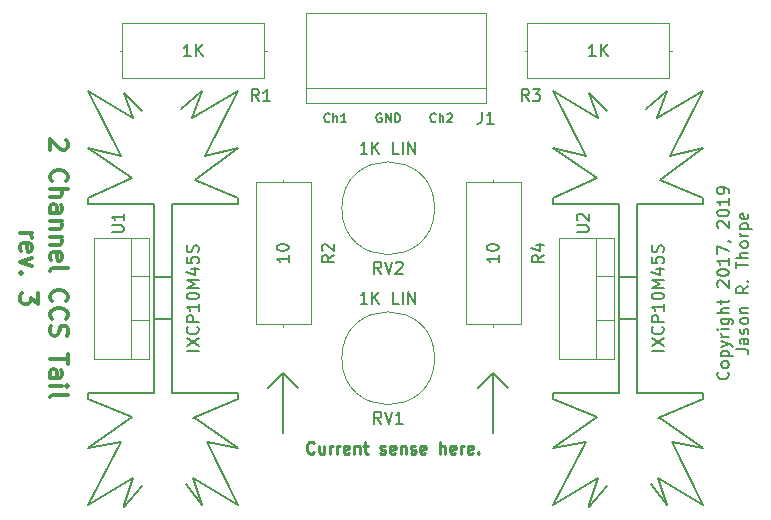
<source format=gbr>
G04 #@! TF.GenerationSoftware,KiCad,Pcbnew,(5.1.4-0-10_14)*
G04 #@! TF.CreationDate,2019-09-24T17:45:29-07:00*
G04 #@! TF.ProjectId,CCS_Tail_x2,4343535f-5461-4696-9c5f-78322e6b6963,3.0*
G04 #@! TF.SameCoordinates,Original*
G04 #@! TF.FileFunction,Legend,Top*
G04 #@! TF.FilePolarity,Positive*
%FSLAX46Y46*%
G04 Gerber Fmt 4.6, Leading zero omitted, Abs format (unit mm)*
G04 Created by KiCad (PCBNEW (5.1.4-0-10_14)) date 2019-09-24 17:45:29*
%MOMM*%
%LPD*%
G04 APERTURE LIST*
%ADD10C,0.150000*%
%ADD11C,0.250000*%
%ADD12C,0.187500*%
%ADD13C,0.300000*%
%ADD14C,0.120000*%
G04 APERTURE END LIST*
D10*
X138430000Y-121920000D02*
X137160000Y-120650000D01*
X135890000Y-121920000D02*
X137160000Y-120650000D01*
X137160000Y-120650000D02*
X135890000Y-121920000D01*
X137160000Y-120650000D02*
X137160000Y-125730000D01*
X156210000Y-121920000D02*
X154940000Y-120650000D01*
X153670000Y-121920000D02*
X154940000Y-120650000D01*
X154940000Y-120650000D02*
X153670000Y-121920000D01*
X154940000Y-125730000D02*
X154940000Y-120650000D01*
D11*
X139764333Y-127357142D02*
X139716714Y-127404761D01*
X139573857Y-127452380D01*
X139478619Y-127452380D01*
X139335761Y-127404761D01*
X139240523Y-127309523D01*
X139192904Y-127214285D01*
X139145285Y-127023809D01*
X139145285Y-126880952D01*
X139192904Y-126690476D01*
X139240523Y-126595238D01*
X139335761Y-126500000D01*
X139478619Y-126452380D01*
X139573857Y-126452380D01*
X139716714Y-126500000D01*
X139764333Y-126547619D01*
X140621476Y-126785714D02*
X140621476Y-127452380D01*
X140192904Y-126785714D02*
X140192904Y-127309523D01*
X140240523Y-127404761D01*
X140335761Y-127452380D01*
X140478619Y-127452380D01*
X140573857Y-127404761D01*
X140621476Y-127357142D01*
X141097666Y-127452380D02*
X141097666Y-126785714D01*
X141097666Y-126976190D02*
X141145285Y-126880952D01*
X141192904Y-126833333D01*
X141288142Y-126785714D01*
X141383380Y-126785714D01*
X141716714Y-127452380D02*
X141716714Y-126785714D01*
X141716714Y-126976190D02*
X141764333Y-126880952D01*
X141811952Y-126833333D01*
X141907190Y-126785714D01*
X142002428Y-126785714D01*
X142716714Y-127404761D02*
X142621476Y-127452380D01*
X142431000Y-127452380D01*
X142335761Y-127404761D01*
X142288142Y-127309523D01*
X142288142Y-126928571D01*
X142335761Y-126833333D01*
X142431000Y-126785714D01*
X142621476Y-126785714D01*
X142716714Y-126833333D01*
X142764333Y-126928571D01*
X142764333Y-127023809D01*
X142288142Y-127119047D01*
X143192904Y-126785714D02*
X143192904Y-127452380D01*
X143192904Y-126880952D02*
X143240523Y-126833333D01*
X143335761Y-126785714D01*
X143478619Y-126785714D01*
X143573857Y-126833333D01*
X143621476Y-126928571D01*
X143621476Y-127452380D01*
X143954809Y-126785714D02*
X144335761Y-126785714D01*
X144097666Y-126452380D02*
X144097666Y-127309523D01*
X144145285Y-127404761D01*
X144240523Y-127452380D01*
X144335761Y-127452380D01*
X145383380Y-127404761D02*
X145478619Y-127452380D01*
X145669095Y-127452380D01*
X145764333Y-127404761D01*
X145811952Y-127309523D01*
X145811952Y-127261904D01*
X145764333Y-127166666D01*
X145669095Y-127119047D01*
X145526238Y-127119047D01*
X145431000Y-127071428D01*
X145383380Y-126976190D01*
X145383380Y-126928571D01*
X145431000Y-126833333D01*
X145526238Y-126785714D01*
X145669095Y-126785714D01*
X145764333Y-126833333D01*
X146621476Y-127404761D02*
X146526238Y-127452380D01*
X146335761Y-127452380D01*
X146240523Y-127404761D01*
X146192904Y-127309523D01*
X146192904Y-126928571D01*
X146240523Y-126833333D01*
X146335761Y-126785714D01*
X146526238Y-126785714D01*
X146621476Y-126833333D01*
X146669095Y-126928571D01*
X146669095Y-127023809D01*
X146192904Y-127119047D01*
X147097666Y-126785714D02*
X147097666Y-127452380D01*
X147097666Y-126880952D02*
X147145285Y-126833333D01*
X147240523Y-126785714D01*
X147383380Y-126785714D01*
X147478619Y-126833333D01*
X147526238Y-126928571D01*
X147526238Y-127452380D01*
X147954809Y-127404761D02*
X148050047Y-127452380D01*
X148240523Y-127452380D01*
X148335761Y-127404761D01*
X148383380Y-127309523D01*
X148383380Y-127261904D01*
X148335761Y-127166666D01*
X148240523Y-127119047D01*
X148097666Y-127119047D01*
X148002428Y-127071428D01*
X147954809Y-126976190D01*
X147954809Y-126928571D01*
X148002428Y-126833333D01*
X148097666Y-126785714D01*
X148240523Y-126785714D01*
X148335761Y-126833333D01*
X149192904Y-127404761D02*
X149097666Y-127452380D01*
X148907190Y-127452380D01*
X148811952Y-127404761D01*
X148764333Y-127309523D01*
X148764333Y-126928571D01*
X148811952Y-126833333D01*
X148907190Y-126785714D01*
X149097666Y-126785714D01*
X149192904Y-126833333D01*
X149240523Y-126928571D01*
X149240523Y-127023809D01*
X148764333Y-127119047D01*
X150431000Y-127452380D02*
X150431000Y-126452380D01*
X150859571Y-127452380D02*
X150859571Y-126928571D01*
X150811952Y-126833333D01*
X150716714Y-126785714D01*
X150573857Y-126785714D01*
X150478619Y-126833333D01*
X150431000Y-126880952D01*
X151716714Y-127404761D02*
X151621476Y-127452380D01*
X151431000Y-127452380D01*
X151335761Y-127404761D01*
X151288142Y-127309523D01*
X151288142Y-126928571D01*
X151335761Y-126833333D01*
X151431000Y-126785714D01*
X151621476Y-126785714D01*
X151716714Y-126833333D01*
X151764333Y-126928571D01*
X151764333Y-127023809D01*
X151288142Y-127119047D01*
X152192904Y-127452380D02*
X152192904Y-126785714D01*
X152192904Y-126976190D02*
X152240523Y-126880952D01*
X152288142Y-126833333D01*
X152383380Y-126785714D01*
X152478619Y-126785714D01*
X153192904Y-127404761D02*
X153097666Y-127452380D01*
X152907190Y-127452380D01*
X152811952Y-127404761D01*
X152764333Y-127309523D01*
X152764333Y-126928571D01*
X152811952Y-126833333D01*
X152907190Y-126785714D01*
X153097666Y-126785714D01*
X153192904Y-126833333D01*
X153240523Y-126928571D01*
X153240523Y-127023809D01*
X152764333Y-127119047D01*
X153669095Y-127357142D02*
X153716714Y-127404761D01*
X153669095Y-127452380D01*
X153621476Y-127404761D01*
X153669095Y-127357142D01*
X153669095Y-127452380D01*
D12*
X141085714Y-99327857D02*
X141050000Y-99363571D01*
X140942857Y-99399285D01*
X140871428Y-99399285D01*
X140764285Y-99363571D01*
X140692857Y-99292142D01*
X140657142Y-99220714D01*
X140621428Y-99077857D01*
X140621428Y-98970714D01*
X140657142Y-98827857D01*
X140692857Y-98756428D01*
X140764285Y-98685000D01*
X140871428Y-98649285D01*
X140942857Y-98649285D01*
X141050000Y-98685000D01*
X141085714Y-98720714D01*
X141407142Y-99399285D02*
X141407142Y-98649285D01*
X141728571Y-99399285D02*
X141728571Y-99006428D01*
X141692857Y-98935000D01*
X141621428Y-98899285D01*
X141514285Y-98899285D01*
X141442857Y-98935000D01*
X141407142Y-98970714D01*
X142478571Y-99399285D02*
X142050000Y-99399285D01*
X142264285Y-99399285D02*
X142264285Y-98649285D01*
X142192857Y-98756428D01*
X142121428Y-98827857D01*
X142050000Y-98863571D01*
X145478571Y-98685000D02*
X145407142Y-98649285D01*
X145300000Y-98649285D01*
X145192857Y-98685000D01*
X145121428Y-98756428D01*
X145085714Y-98827857D01*
X145050000Y-98970714D01*
X145050000Y-99077857D01*
X145085714Y-99220714D01*
X145121428Y-99292142D01*
X145192857Y-99363571D01*
X145300000Y-99399285D01*
X145371428Y-99399285D01*
X145478571Y-99363571D01*
X145514285Y-99327857D01*
X145514285Y-99077857D01*
X145371428Y-99077857D01*
X145835714Y-99399285D02*
X145835714Y-98649285D01*
X146264285Y-99399285D01*
X146264285Y-98649285D01*
X146621428Y-99399285D02*
X146621428Y-98649285D01*
X146800000Y-98649285D01*
X146907142Y-98685000D01*
X146978571Y-98756428D01*
X147014285Y-98827857D01*
X147050000Y-98970714D01*
X147050000Y-99077857D01*
X147014285Y-99220714D01*
X146978571Y-99292142D01*
X146907142Y-99363571D01*
X146800000Y-99399285D01*
X146621428Y-99399285D01*
X150085714Y-99327857D02*
X150050000Y-99363571D01*
X149942857Y-99399285D01*
X149871428Y-99399285D01*
X149764285Y-99363571D01*
X149692857Y-99292142D01*
X149657142Y-99220714D01*
X149621428Y-99077857D01*
X149621428Y-98970714D01*
X149657142Y-98827857D01*
X149692857Y-98756428D01*
X149764285Y-98685000D01*
X149871428Y-98649285D01*
X149942857Y-98649285D01*
X150050000Y-98685000D01*
X150085714Y-98720714D01*
X150407142Y-99399285D02*
X150407142Y-98649285D01*
X150728571Y-99399285D02*
X150728571Y-99006428D01*
X150692857Y-98935000D01*
X150621428Y-98899285D01*
X150514285Y-98899285D01*
X150442857Y-98935000D01*
X150407142Y-98970714D01*
X151050000Y-98720714D02*
X151085714Y-98685000D01*
X151157142Y-98649285D01*
X151335714Y-98649285D01*
X151407142Y-98685000D01*
X151442857Y-98720714D01*
X151478571Y-98792142D01*
X151478571Y-98863571D01*
X151442857Y-98970714D01*
X151014285Y-99399285D01*
X151478571Y-99399285D01*
D13*
X118793571Y-100902857D02*
X118865000Y-100974285D01*
X118936428Y-101117142D01*
X118936428Y-101474285D01*
X118865000Y-101617142D01*
X118793571Y-101688571D01*
X118650714Y-101760000D01*
X118507857Y-101760000D01*
X118293571Y-101688571D01*
X117436428Y-100831428D01*
X117436428Y-101760000D01*
X117579285Y-104402857D02*
X117507857Y-104331428D01*
X117436428Y-104117142D01*
X117436428Y-103974285D01*
X117507857Y-103760000D01*
X117650714Y-103617142D01*
X117793571Y-103545714D01*
X118079285Y-103474285D01*
X118293571Y-103474285D01*
X118579285Y-103545714D01*
X118722142Y-103617142D01*
X118865000Y-103760000D01*
X118936428Y-103974285D01*
X118936428Y-104117142D01*
X118865000Y-104331428D01*
X118793571Y-104402857D01*
X117436428Y-105045714D02*
X118936428Y-105045714D01*
X117436428Y-105688571D02*
X118222142Y-105688571D01*
X118365000Y-105617142D01*
X118436428Y-105474285D01*
X118436428Y-105260000D01*
X118365000Y-105117142D01*
X118293571Y-105045714D01*
X117436428Y-107045714D02*
X118222142Y-107045714D01*
X118365000Y-106974285D01*
X118436428Y-106831428D01*
X118436428Y-106545714D01*
X118365000Y-106402857D01*
X117507857Y-107045714D02*
X117436428Y-106902857D01*
X117436428Y-106545714D01*
X117507857Y-106402857D01*
X117650714Y-106331428D01*
X117793571Y-106331428D01*
X117936428Y-106402857D01*
X118007857Y-106545714D01*
X118007857Y-106902857D01*
X118079285Y-107045714D01*
X118436428Y-107760000D02*
X117436428Y-107760000D01*
X118293571Y-107760000D02*
X118365000Y-107831428D01*
X118436428Y-107974285D01*
X118436428Y-108188571D01*
X118365000Y-108331428D01*
X118222142Y-108402857D01*
X117436428Y-108402857D01*
X118436428Y-109117142D02*
X117436428Y-109117142D01*
X118293571Y-109117142D02*
X118365000Y-109188571D01*
X118436428Y-109331428D01*
X118436428Y-109545714D01*
X118365000Y-109688571D01*
X118222142Y-109760000D01*
X117436428Y-109760000D01*
X117507857Y-111045714D02*
X117436428Y-110902857D01*
X117436428Y-110617142D01*
X117507857Y-110474285D01*
X117650714Y-110402857D01*
X118222142Y-110402857D01*
X118365000Y-110474285D01*
X118436428Y-110617142D01*
X118436428Y-110902857D01*
X118365000Y-111045714D01*
X118222142Y-111117142D01*
X118079285Y-111117142D01*
X117936428Y-110402857D01*
X117436428Y-111974285D02*
X117507857Y-111831428D01*
X117650714Y-111760000D01*
X118936428Y-111760000D01*
X117579285Y-114545714D02*
X117507857Y-114474285D01*
X117436428Y-114260000D01*
X117436428Y-114117142D01*
X117507857Y-113902857D01*
X117650714Y-113760000D01*
X117793571Y-113688571D01*
X118079285Y-113617142D01*
X118293571Y-113617142D01*
X118579285Y-113688571D01*
X118722142Y-113760000D01*
X118865000Y-113902857D01*
X118936428Y-114117142D01*
X118936428Y-114260000D01*
X118865000Y-114474285D01*
X118793571Y-114545714D01*
X117579285Y-116045714D02*
X117507857Y-115974285D01*
X117436428Y-115760000D01*
X117436428Y-115617142D01*
X117507857Y-115402857D01*
X117650714Y-115260000D01*
X117793571Y-115188571D01*
X118079285Y-115117142D01*
X118293571Y-115117142D01*
X118579285Y-115188571D01*
X118722142Y-115260000D01*
X118865000Y-115402857D01*
X118936428Y-115617142D01*
X118936428Y-115760000D01*
X118865000Y-115974285D01*
X118793571Y-116045714D01*
X117507857Y-116617142D02*
X117436428Y-116831428D01*
X117436428Y-117188571D01*
X117507857Y-117331428D01*
X117579285Y-117402857D01*
X117722142Y-117474285D01*
X117865000Y-117474285D01*
X118007857Y-117402857D01*
X118079285Y-117331428D01*
X118150714Y-117188571D01*
X118222142Y-116902857D01*
X118293571Y-116760000D01*
X118365000Y-116688571D01*
X118507857Y-116617142D01*
X118650714Y-116617142D01*
X118793571Y-116688571D01*
X118865000Y-116760000D01*
X118936428Y-116902857D01*
X118936428Y-117260000D01*
X118865000Y-117474285D01*
X118936428Y-119045714D02*
X118936428Y-119902857D01*
X117436428Y-119474285D02*
X118936428Y-119474285D01*
X117436428Y-121045714D02*
X118222142Y-121045714D01*
X118365000Y-120974285D01*
X118436428Y-120831428D01*
X118436428Y-120545714D01*
X118365000Y-120402857D01*
X117507857Y-121045714D02*
X117436428Y-120902857D01*
X117436428Y-120545714D01*
X117507857Y-120402857D01*
X117650714Y-120331428D01*
X117793571Y-120331428D01*
X117936428Y-120402857D01*
X118007857Y-120545714D01*
X118007857Y-120902857D01*
X118079285Y-121045714D01*
X117436428Y-121760000D02*
X118436428Y-121760000D01*
X118936428Y-121760000D02*
X118865000Y-121688571D01*
X118793571Y-121760000D01*
X118865000Y-121831428D01*
X118936428Y-121760000D01*
X118793571Y-121760000D01*
X117436428Y-122688571D02*
X117507857Y-122545714D01*
X117650714Y-122474285D01*
X118936428Y-122474285D01*
X114886428Y-108795714D02*
X115886428Y-108795714D01*
X115600714Y-108795714D02*
X115743571Y-108867142D01*
X115815000Y-108938571D01*
X115886428Y-109081428D01*
X115886428Y-109224285D01*
X114957857Y-110295714D02*
X114886428Y-110152857D01*
X114886428Y-109867142D01*
X114957857Y-109724285D01*
X115100714Y-109652857D01*
X115672142Y-109652857D01*
X115815000Y-109724285D01*
X115886428Y-109867142D01*
X115886428Y-110152857D01*
X115815000Y-110295714D01*
X115672142Y-110367142D01*
X115529285Y-110367142D01*
X115386428Y-109652857D01*
X115886428Y-110867142D02*
X114886428Y-111224285D01*
X115886428Y-111581428D01*
X115029285Y-112152857D02*
X114957857Y-112224285D01*
X114886428Y-112152857D01*
X114957857Y-112081428D01*
X115029285Y-112152857D01*
X114886428Y-112152857D01*
X116386428Y-113867142D02*
X116386428Y-114795714D01*
X115815000Y-114295714D01*
X115815000Y-114510000D01*
X115743571Y-114652857D01*
X115672142Y-114724285D01*
X115529285Y-114795714D01*
X115172142Y-114795714D01*
X115029285Y-114724285D01*
X114957857Y-114652857D01*
X114886428Y-114510000D01*
X114886428Y-114081428D01*
X114957857Y-113938571D01*
X115029285Y-113867142D01*
D10*
X174792142Y-120553809D02*
X174839761Y-120601428D01*
X174887380Y-120744285D01*
X174887380Y-120839523D01*
X174839761Y-120982380D01*
X174744523Y-121077619D01*
X174649285Y-121125238D01*
X174458809Y-121172857D01*
X174315952Y-121172857D01*
X174125476Y-121125238D01*
X174030238Y-121077619D01*
X173935000Y-120982380D01*
X173887380Y-120839523D01*
X173887380Y-120744285D01*
X173935000Y-120601428D01*
X173982619Y-120553809D01*
X174887380Y-119982380D02*
X174839761Y-120077619D01*
X174792142Y-120125238D01*
X174696904Y-120172857D01*
X174411190Y-120172857D01*
X174315952Y-120125238D01*
X174268333Y-120077619D01*
X174220714Y-119982380D01*
X174220714Y-119839523D01*
X174268333Y-119744285D01*
X174315952Y-119696666D01*
X174411190Y-119649047D01*
X174696904Y-119649047D01*
X174792142Y-119696666D01*
X174839761Y-119744285D01*
X174887380Y-119839523D01*
X174887380Y-119982380D01*
X174220714Y-119220476D02*
X175220714Y-119220476D01*
X174268333Y-119220476D02*
X174220714Y-119125238D01*
X174220714Y-118934761D01*
X174268333Y-118839523D01*
X174315952Y-118791904D01*
X174411190Y-118744285D01*
X174696904Y-118744285D01*
X174792142Y-118791904D01*
X174839761Y-118839523D01*
X174887380Y-118934761D01*
X174887380Y-119125238D01*
X174839761Y-119220476D01*
X174220714Y-118410952D02*
X174887380Y-118172857D01*
X174220714Y-117934761D02*
X174887380Y-118172857D01*
X175125476Y-118268095D01*
X175173095Y-118315714D01*
X175220714Y-118410952D01*
X174887380Y-117553809D02*
X174220714Y-117553809D01*
X174411190Y-117553809D02*
X174315952Y-117506190D01*
X174268333Y-117458571D01*
X174220714Y-117363333D01*
X174220714Y-117268095D01*
X174887380Y-116934761D02*
X174220714Y-116934761D01*
X173887380Y-116934761D02*
X173935000Y-116982380D01*
X173982619Y-116934761D01*
X173935000Y-116887142D01*
X173887380Y-116934761D01*
X173982619Y-116934761D01*
X174220714Y-116030000D02*
X175030238Y-116030000D01*
X175125476Y-116077619D01*
X175173095Y-116125238D01*
X175220714Y-116220476D01*
X175220714Y-116363333D01*
X175173095Y-116458571D01*
X174839761Y-116030000D02*
X174887380Y-116125238D01*
X174887380Y-116315714D01*
X174839761Y-116410952D01*
X174792142Y-116458571D01*
X174696904Y-116506190D01*
X174411190Y-116506190D01*
X174315952Y-116458571D01*
X174268333Y-116410952D01*
X174220714Y-116315714D01*
X174220714Y-116125238D01*
X174268333Y-116030000D01*
X174887380Y-115553809D02*
X173887380Y-115553809D01*
X174887380Y-115125238D02*
X174363571Y-115125238D01*
X174268333Y-115172857D01*
X174220714Y-115268095D01*
X174220714Y-115410952D01*
X174268333Y-115506190D01*
X174315952Y-115553809D01*
X174220714Y-114791904D02*
X174220714Y-114410952D01*
X173887380Y-114649047D02*
X174744523Y-114649047D01*
X174839761Y-114601428D01*
X174887380Y-114506190D01*
X174887380Y-114410952D01*
X173982619Y-113363333D02*
X173935000Y-113315714D01*
X173887380Y-113220476D01*
X173887380Y-112982380D01*
X173935000Y-112887142D01*
X173982619Y-112839523D01*
X174077857Y-112791904D01*
X174173095Y-112791904D01*
X174315952Y-112839523D01*
X174887380Y-113410952D01*
X174887380Y-112791904D01*
X173887380Y-112172857D02*
X173887380Y-112077619D01*
X173935000Y-111982380D01*
X173982619Y-111934761D01*
X174077857Y-111887142D01*
X174268333Y-111839523D01*
X174506428Y-111839523D01*
X174696904Y-111887142D01*
X174792142Y-111934761D01*
X174839761Y-111982380D01*
X174887380Y-112077619D01*
X174887380Y-112172857D01*
X174839761Y-112268095D01*
X174792142Y-112315714D01*
X174696904Y-112363333D01*
X174506428Y-112410952D01*
X174268333Y-112410952D01*
X174077857Y-112363333D01*
X173982619Y-112315714D01*
X173935000Y-112268095D01*
X173887380Y-112172857D01*
X174887380Y-110887142D02*
X174887380Y-111458571D01*
X174887380Y-111172857D02*
X173887380Y-111172857D01*
X174030238Y-111268095D01*
X174125476Y-111363333D01*
X174173095Y-111458571D01*
X173887380Y-110553809D02*
X173887380Y-109887142D01*
X174887380Y-110315714D01*
X174839761Y-109458571D02*
X174887380Y-109458571D01*
X174982619Y-109506190D01*
X175030238Y-109553809D01*
X173982619Y-108315714D02*
X173935000Y-108268095D01*
X173887380Y-108172857D01*
X173887380Y-107934761D01*
X173935000Y-107839523D01*
X173982619Y-107791904D01*
X174077857Y-107744285D01*
X174173095Y-107744285D01*
X174315952Y-107791904D01*
X174887380Y-108363333D01*
X174887380Y-107744285D01*
X173887380Y-107125238D02*
X173887380Y-107030000D01*
X173935000Y-106934761D01*
X173982619Y-106887142D01*
X174077857Y-106839523D01*
X174268333Y-106791904D01*
X174506428Y-106791904D01*
X174696904Y-106839523D01*
X174792142Y-106887142D01*
X174839761Y-106934761D01*
X174887380Y-107030000D01*
X174887380Y-107125238D01*
X174839761Y-107220476D01*
X174792142Y-107268095D01*
X174696904Y-107315714D01*
X174506428Y-107363333D01*
X174268333Y-107363333D01*
X174077857Y-107315714D01*
X173982619Y-107268095D01*
X173935000Y-107220476D01*
X173887380Y-107125238D01*
X174887380Y-105839523D02*
X174887380Y-106410952D01*
X174887380Y-106125238D02*
X173887380Y-106125238D01*
X174030238Y-106220476D01*
X174125476Y-106315714D01*
X174173095Y-106410952D01*
X174887380Y-105363333D02*
X174887380Y-105172857D01*
X174839761Y-105077619D01*
X174792142Y-105030000D01*
X174649285Y-104934761D01*
X174458809Y-104887142D01*
X174077857Y-104887142D01*
X173982619Y-104934761D01*
X173935000Y-104982380D01*
X173887380Y-105077619D01*
X173887380Y-105268095D01*
X173935000Y-105363333D01*
X173982619Y-105410952D01*
X174077857Y-105458571D01*
X174315952Y-105458571D01*
X174411190Y-105410952D01*
X174458809Y-105363333D01*
X174506428Y-105268095D01*
X174506428Y-105077619D01*
X174458809Y-104982380D01*
X174411190Y-104934761D01*
X174315952Y-104887142D01*
X175537380Y-118625238D02*
X176251666Y-118625238D01*
X176394523Y-118672857D01*
X176489761Y-118768095D01*
X176537380Y-118910952D01*
X176537380Y-119006190D01*
X176537380Y-117720476D02*
X176013571Y-117720476D01*
X175918333Y-117768095D01*
X175870714Y-117863333D01*
X175870714Y-118053809D01*
X175918333Y-118149047D01*
X176489761Y-117720476D02*
X176537380Y-117815714D01*
X176537380Y-118053809D01*
X176489761Y-118149047D01*
X176394523Y-118196666D01*
X176299285Y-118196666D01*
X176204047Y-118149047D01*
X176156428Y-118053809D01*
X176156428Y-117815714D01*
X176108809Y-117720476D01*
X176489761Y-117291904D02*
X176537380Y-117196666D01*
X176537380Y-117006190D01*
X176489761Y-116910952D01*
X176394523Y-116863333D01*
X176346904Y-116863333D01*
X176251666Y-116910952D01*
X176204047Y-117006190D01*
X176204047Y-117149047D01*
X176156428Y-117244285D01*
X176061190Y-117291904D01*
X176013571Y-117291904D01*
X175918333Y-117244285D01*
X175870714Y-117149047D01*
X175870714Y-117006190D01*
X175918333Y-116910952D01*
X176537380Y-116291904D02*
X176489761Y-116387142D01*
X176442142Y-116434761D01*
X176346904Y-116482380D01*
X176061190Y-116482380D01*
X175965952Y-116434761D01*
X175918333Y-116387142D01*
X175870714Y-116291904D01*
X175870714Y-116149047D01*
X175918333Y-116053809D01*
X175965952Y-116006190D01*
X176061190Y-115958571D01*
X176346904Y-115958571D01*
X176442142Y-116006190D01*
X176489761Y-116053809D01*
X176537380Y-116149047D01*
X176537380Y-116291904D01*
X175870714Y-115530000D02*
X176537380Y-115530000D01*
X175965952Y-115530000D02*
X175918333Y-115482380D01*
X175870714Y-115387142D01*
X175870714Y-115244285D01*
X175918333Y-115149047D01*
X176013571Y-115101428D01*
X176537380Y-115101428D01*
X176537380Y-113291904D02*
X176061190Y-113625238D01*
X176537380Y-113863333D02*
X175537380Y-113863333D01*
X175537380Y-113482380D01*
X175585000Y-113387142D01*
X175632619Y-113339523D01*
X175727857Y-113291904D01*
X175870714Y-113291904D01*
X175965952Y-113339523D01*
X176013571Y-113387142D01*
X176061190Y-113482380D01*
X176061190Y-113863333D01*
X176442142Y-112863333D02*
X176489761Y-112815714D01*
X176537380Y-112863333D01*
X176489761Y-112910952D01*
X176442142Y-112863333D01*
X176537380Y-112863333D01*
X175537380Y-111768095D02*
X175537380Y-111196666D01*
X176537380Y-111482380D02*
X175537380Y-111482380D01*
X176537380Y-110863333D02*
X175537380Y-110863333D01*
X176537380Y-110434761D02*
X176013571Y-110434761D01*
X175918333Y-110482380D01*
X175870714Y-110577619D01*
X175870714Y-110720476D01*
X175918333Y-110815714D01*
X175965952Y-110863333D01*
X176537380Y-109815714D02*
X176489761Y-109910952D01*
X176442142Y-109958571D01*
X176346904Y-110006190D01*
X176061190Y-110006190D01*
X175965952Y-109958571D01*
X175918333Y-109910952D01*
X175870714Y-109815714D01*
X175870714Y-109672857D01*
X175918333Y-109577619D01*
X175965952Y-109530000D01*
X176061190Y-109482380D01*
X176346904Y-109482380D01*
X176442142Y-109530000D01*
X176489761Y-109577619D01*
X176537380Y-109672857D01*
X176537380Y-109815714D01*
X176537380Y-109053809D02*
X175870714Y-109053809D01*
X176061190Y-109053809D02*
X175965952Y-109006190D01*
X175918333Y-108958571D01*
X175870714Y-108863333D01*
X175870714Y-108768095D01*
X175870714Y-108434761D02*
X176870714Y-108434761D01*
X175918333Y-108434761D02*
X175870714Y-108339523D01*
X175870714Y-108149047D01*
X175918333Y-108053809D01*
X175965952Y-108006190D01*
X176061190Y-107958571D01*
X176346904Y-107958571D01*
X176442142Y-108006190D01*
X176489761Y-108053809D01*
X176537380Y-108149047D01*
X176537380Y-108339523D01*
X176489761Y-108434761D01*
X176489761Y-107149047D02*
X176537380Y-107244285D01*
X176537380Y-107434761D01*
X176489761Y-107530000D01*
X176394523Y-107577619D01*
X176013571Y-107577619D01*
X175918333Y-107530000D01*
X175870714Y-107434761D01*
X175870714Y-107244285D01*
X175918333Y-107149047D01*
X176013571Y-107101428D01*
X176108809Y-107101428D01*
X176204047Y-107577619D01*
D14*
X139065000Y-97790000D02*
X139065000Y-90170000D01*
X154305000Y-97790000D02*
X154305000Y-90170000D01*
X139065000Y-96520000D02*
X154305000Y-96520000D01*
X139065000Y-90170000D02*
X154305000Y-90170000D01*
X139065000Y-97790000D02*
X154305000Y-97790000D01*
X149980000Y-106680000D02*
G75*
G03X149980000Y-106680000I-3930000J0D01*
G01*
X149980000Y-119380000D02*
G75*
G03X149980000Y-119380000I-3930000J0D01*
G01*
D10*
X126238000Y-116078000D02*
X127762000Y-116078000D01*
X126238000Y-112522000D02*
X127762000Y-112522000D01*
X133350000Y-122809000D02*
X133350000Y-122301000D01*
X120650000Y-96774000D02*
X123444000Y-102235000D01*
X123444000Y-102235000D02*
X120650000Y-101600000D01*
X124333000Y-124333000D02*
X120650000Y-127000000D01*
X120650000Y-127000000D02*
X123444000Y-126492000D01*
X123444000Y-126492000D02*
X120650000Y-131826000D01*
X129667000Y-124460000D02*
X133350000Y-127000000D01*
X133350000Y-127000000D02*
X130683000Y-126492000D01*
X130683000Y-126492000D02*
X133350000Y-131826000D01*
X129540000Y-129540000D02*
X133350000Y-131826000D01*
X124460000Y-129540000D02*
X120650000Y-131826000D01*
X120650000Y-106299000D02*
X120650000Y-105918000D01*
X133350000Y-106299000D02*
X133350000Y-105791000D01*
X129667000Y-104267000D02*
X133350000Y-101600000D01*
X133350000Y-101600000D02*
X130556000Y-102235000D01*
X130556000Y-102235000D02*
X133350000Y-96774000D01*
X129413000Y-99060000D02*
X130302000Y-96774000D01*
X130302000Y-96774000D02*
X128524000Y-98298000D01*
X133350000Y-96774000D02*
X129413000Y-99060000D01*
X124460000Y-99060000D02*
X123698000Y-96901000D01*
X123698000Y-96901000D02*
X125222000Y-98425000D01*
X120650000Y-96774000D02*
X124460000Y-99060000D01*
X124333000Y-104140000D02*
X120650000Y-101600000D01*
X133350000Y-105791000D02*
X129667000Y-104267000D01*
X120650000Y-105791000D02*
X124333000Y-104140000D01*
X133350000Y-122809000D02*
X129540000Y-124460000D01*
X120650000Y-122301000D02*
X120650000Y-122809000D01*
X120650000Y-122809000D02*
X124333000Y-124333000D01*
X130302000Y-131826000D02*
X128905000Y-130048000D01*
X123698000Y-131953000D02*
X125222000Y-130175000D01*
X130302000Y-131826000D02*
X129540000Y-129540000D01*
X123698000Y-131826000D02*
X124460000Y-129540000D01*
X127762000Y-114300000D02*
X127762000Y-122301000D01*
X127762000Y-122301000D02*
X133350000Y-122301000D01*
X127762000Y-114300000D02*
X127762000Y-106299000D01*
X127762000Y-106299000D02*
X133350000Y-106299000D01*
X126238000Y-114300000D02*
X126238000Y-122301000D01*
X126238000Y-122301000D02*
X120650000Y-122301000D01*
X126238000Y-114300000D02*
X126238000Y-106299000D01*
X126238000Y-106299000D02*
X120650000Y-106299000D01*
D14*
X125810000Y-109180000D02*
X125810000Y-119420000D01*
X121169000Y-109180000D02*
X121169000Y-119420000D01*
X125810000Y-109180000D02*
X121169000Y-109180000D01*
X125810000Y-119420000D02*
X121169000Y-119420000D01*
X124300000Y-109180000D02*
X124300000Y-119420000D01*
X125810000Y-112450000D02*
X124300000Y-112450000D01*
X125810000Y-116151000D02*
X124300000Y-116151000D01*
X165180000Y-109180000D02*
X165180000Y-119420000D01*
X160539000Y-109180000D02*
X160539000Y-119420000D01*
X165180000Y-109180000D02*
X160539000Y-109180000D01*
X165180000Y-119420000D02*
X160539000Y-119420000D01*
X163670000Y-109180000D02*
X163670000Y-119420000D01*
X165180000Y-112450000D02*
X163670000Y-112450000D01*
X165180000Y-116151000D02*
X163670000Y-116151000D01*
X123530000Y-91035000D02*
X123530000Y-95655000D01*
X123530000Y-95655000D02*
X135550000Y-95655000D01*
X135550000Y-95655000D02*
X135550000Y-91035000D01*
X135550000Y-91035000D02*
X123530000Y-91035000D01*
X123300000Y-93345000D02*
X123530000Y-93345000D01*
X135780000Y-93345000D02*
X135550000Y-93345000D01*
X134850000Y-116500000D02*
X139470000Y-116500000D01*
X139470000Y-116500000D02*
X139470000Y-104480000D01*
X139470000Y-104480000D02*
X134850000Y-104480000D01*
X134850000Y-104480000D02*
X134850000Y-116500000D01*
X137160000Y-116730000D02*
X137160000Y-116500000D01*
X137160000Y-104250000D02*
X137160000Y-104480000D01*
X169840000Y-95655000D02*
X169840000Y-91035000D01*
X169840000Y-91035000D02*
X157820000Y-91035000D01*
X157820000Y-91035000D02*
X157820000Y-95655000D01*
X157820000Y-95655000D02*
X169840000Y-95655000D01*
X170070000Y-93345000D02*
X169840000Y-93345000D01*
X157590000Y-93345000D02*
X157820000Y-93345000D01*
X157250000Y-104480000D02*
X152630000Y-104480000D01*
X152630000Y-104480000D02*
X152630000Y-116500000D01*
X152630000Y-116500000D02*
X157250000Y-116500000D01*
X157250000Y-116500000D02*
X157250000Y-104480000D01*
X154940000Y-104250000D02*
X154940000Y-104480000D01*
X154940000Y-116730000D02*
X154940000Y-116500000D01*
D10*
X165608000Y-116078000D02*
X167132000Y-116078000D01*
X165608000Y-112522000D02*
X167132000Y-112522000D01*
X172720000Y-122809000D02*
X172720000Y-122301000D01*
X160020000Y-96774000D02*
X162814000Y-102235000D01*
X162814000Y-102235000D02*
X160020000Y-101600000D01*
X163703000Y-124333000D02*
X160020000Y-127000000D01*
X160020000Y-127000000D02*
X162814000Y-126492000D01*
X162814000Y-126492000D02*
X160020000Y-131826000D01*
X169037000Y-124460000D02*
X172720000Y-127000000D01*
X172720000Y-127000000D02*
X170053000Y-126492000D01*
X170053000Y-126492000D02*
X172720000Y-131826000D01*
X168910000Y-129540000D02*
X172720000Y-131826000D01*
X163830000Y-129540000D02*
X160020000Y-131826000D01*
X160020000Y-106299000D02*
X160020000Y-105918000D01*
X172720000Y-106299000D02*
X172720000Y-105791000D01*
X169037000Y-104267000D02*
X172720000Y-101600000D01*
X172720000Y-101600000D02*
X169926000Y-102235000D01*
X169926000Y-102235000D02*
X172720000Y-96774000D01*
X168783000Y-99060000D02*
X169672000Y-96774000D01*
X169672000Y-96774000D02*
X167894000Y-98298000D01*
X172720000Y-96774000D02*
X168783000Y-99060000D01*
X163830000Y-99060000D02*
X163068000Y-96901000D01*
X163068000Y-96901000D02*
X164592000Y-98425000D01*
X160020000Y-96774000D02*
X163830000Y-99060000D01*
X163703000Y-104140000D02*
X160020000Y-101600000D01*
X172720000Y-105791000D02*
X169037000Y-104267000D01*
X160020000Y-105791000D02*
X163703000Y-104140000D01*
X172720000Y-122809000D02*
X168910000Y-124460000D01*
X160020000Y-122301000D02*
X160020000Y-122809000D01*
X160020000Y-122809000D02*
X163703000Y-124333000D01*
X169672000Y-131826000D02*
X168275000Y-130048000D01*
X163068000Y-131953000D02*
X164592000Y-130175000D01*
X169672000Y-131826000D02*
X168910000Y-129540000D01*
X163068000Y-131826000D02*
X163830000Y-129540000D01*
X167132000Y-114300000D02*
X167132000Y-122301000D01*
X167132000Y-122301000D02*
X172720000Y-122301000D01*
X167132000Y-114300000D02*
X167132000Y-106299000D01*
X167132000Y-106299000D02*
X172720000Y-106299000D01*
X165608000Y-114300000D02*
X165608000Y-122301000D01*
X165608000Y-122301000D02*
X160020000Y-122301000D01*
X165608000Y-114300000D02*
X165608000Y-106299000D01*
X165608000Y-106299000D02*
X160020000Y-106299000D01*
X153971666Y-98512380D02*
X153971666Y-99226666D01*
X153924047Y-99369523D01*
X153828809Y-99464761D01*
X153685952Y-99512380D01*
X153590714Y-99512380D01*
X154971666Y-99512380D02*
X154400238Y-99512380D01*
X154685952Y-99512380D02*
X154685952Y-98512380D01*
X154590714Y-98655238D01*
X154495476Y-98750476D01*
X154400238Y-98798095D01*
X145454761Y-112212380D02*
X145121428Y-111736190D01*
X144883333Y-112212380D02*
X144883333Y-111212380D01*
X145264285Y-111212380D01*
X145359523Y-111260000D01*
X145407142Y-111307619D01*
X145454761Y-111402857D01*
X145454761Y-111545714D01*
X145407142Y-111640952D01*
X145359523Y-111688571D01*
X145264285Y-111736190D01*
X144883333Y-111736190D01*
X145740476Y-111212380D02*
X146073809Y-112212380D01*
X146407142Y-111212380D01*
X146692857Y-111307619D02*
X146740476Y-111260000D01*
X146835714Y-111212380D01*
X147073809Y-111212380D01*
X147169047Y-111260000D01*
X147216666Y-111307619D01*
X147264285Y-111402857D01*
X147264285Y-111498095D01*
X147216666Y-111640952D01*
X146645238Y-112212380D01*
X147264285Y-112212380D01*
X144288095Y-102052380D02*
X143716666Y-102052380D01*
X144002380Y-102052380D02*
X144002380Y-101052380D01*
X143907142Y-101195238D01*
X143811904Y-101290476D01*
X143716666Y-101338095D01*
X144716666Y-102052380D02*
X144716666Y-101052380D01*
X145288095Y-102052380D02*
X144859523Y-101480952D01*
X145288095Y-101052380D02*
X144716666Y-101623809D01*
X146954761Y-102052380D02*
X146478571Y-102052380D01*
X146478571Y-101052380D01*
X147288095Y-102052380D02*
X147288095Y-101052380D01*
X147764285Y-102052380D02*
X147764285Y-101052380D01*
X148335714Y-102052380D01*
X148335714Y-101052380D01*
X145454761Y-124912380D02*
X145121428Y-124436190D01*
X144883333Y-124912380D02*
X144883333Y-123912380D01*
X145264285Y-123912380D01*
X145359523Y-123960000D01*
X145407142Y-124007619D01*
X145454761Y-124102857D01*
X145454761Y-124245714D01*
X145407142Y-124340952D01*
X145359523Y-124388571D01*
X145264285Y-124436190D01*
X144883333Y-124436190D01*
X145740476Y-123912380D02*
X146073809Y-124912380D01*
X146407142Y-123912380D01*
X147264285Y-124912380D02*
X146692857Y-124912380D01*
X146978571Y-124912380D02*
X146978571Y-123912380D01*
X146883333Y-124055238D01*
X146788095Y-124150476D01*
X146692857Y-124198095D01*
X144288095Y-114752380D02*
X143716666Y-114752380D01*
X144002380Y-114752380D02*
X144002380Y-113752380D01*
X143907142Y-113895238D01*
X143811904Y-113990476D01*
X143716666Y-114038095D01*
X144716666Y-114752380D02*
X144716666Y-113752380D01*
X145288095Y-114752380D02*
X144859523Y-114180952D01*
X145288095Y-113752380D02*
X144716666Y-114323809D01*
X146954761Y-114752380D02*
X146478571Y-114752380D01*
X146478571Y-113752380D01*
X147288095Y-114752380D02*
X147288095Y-113752380D01*
X147764285Y-114752380D02*
X147764285Y-113752380D01*
X148335714Y-114752380D01*
X148335714Y-113752380D01*
X122642380Y-108711904D02*
X123451904Y-108711904D01*
X123547142Y-108664285D01*
X123594761Y-108616666D01*
X123642380Y-108521428D01*
X123642380Y-108330952D01*
X123594761Y-108235714D01*
X123547142Y-108188095D01*
X123451904Y-108140476D01*
X122642380Y-108140476D01*
X123642380Y-107140476D02*
X123642380Y-107711904D01*
X123642380Y-107426190D02*
X122642380Y-107426190D01*
X122785238Y-107521428D01*
X122880476Y-107616666D01*
X122928095Y-107711904D01*
X129992380Y-118728571D02*
X128992380Y-118728571D01*
X128992380Y-118347619D02*
X129992380Y-117680952D01*
X128992380Y-117680952D02*
X129992380Y-118347619D01*
X129897142Y-116728571D02*
X129944761Y-116776190D01*
X129992380Y-116919047D01*
X129992380Y-117014285D01*
X129944761Y-117157142D01*
X129849523Y-117252380D01*
X129754285Y-117300000D01*
X129563809Y-117347619D01*
X129420952Y-117347619D01*
X129230476Y-117300000D01*
X129135238Y-117252380D01*
X129040000Y-117157142D01*
X128992380Y-117014285D01*
X128992380Y-116919047D01*
X129040000Y-116776190D01*
X129087619Y-116728571D01*
X129992380Y-116300000D02*
X128992380Y-116300000D01*
X128992380Y-115919047D01*
X129040000Y-115823809D01*
X129087619Y-115776190D01*
X129182857Y-115728571D01*
X129325714Y-115728571D01*
X129420952Y-115776190D01*
X129468571Y-115823809D01*
X129516190Y-115919047D01*
X129516190Y-116300000D01*
X129992380Y-114776190D02*
X129992380Y-115347619D01*
X129992380Y-115061904D02*
X128992380Y-115061904D01*
X129135238Y-115157142D01*
X129230476Y-115252380D01*
X129278095Y-115347619D01*
X128992380Y-114157142D02*
X128992380Y-114061904D01*
X129040000Y-113966666D01*
X129087619Y-113919047D01*
X129182857Y-113871428D01*
X129373333Y-113823809D01*
X129611428Y-113823809D01*
X129801904Y-113871428D01*
X129897142Y-113919047D01*
X129944761Y-113966666D01*
X129992380Y-114061904D01*
X129992380Y-114157142D01*
X129944761Y-114252380D01*
X129897142Y-114300000D01*
X129801904Y-114347619D01*
X129611428Y-114395238D01*
X129373333Y-114395238D01*
X129182857Y-114347619D01*
X129087619Y-114300000D01*
X129040000Y-114252380D01*
X128992380Y-114157142D01*
X129992380Y-113395238D02*
X128992380Y-113395238D01*
X129706666Y-113061904D01*
X128992380Y-112728571D01*
X129992380Y-112728571D01*
X129325714Y-111823809D02*
X129992380Y-111823809D01*
X128944761Y-112061904D02*
X129659047Y-112300000D01*
X129659047Y-111680952D01*
X128992380Y-110823809D02*
X128992380Y-111300000D01*
X129468571Y-111347619D01*
X129420952Y-111300000D01*
X129373333Y-111204761D01*
X129373333Y-110966666D01*
X129420952Y-110871428D01*
X129468571Y-110823809D01*
X129563809Y-110776190D01*
X129801904Y-110776190D01*
X129897142Y-110823809D01*
X129944761Y-110871428D01*
X129992380Y-110966666D01*
X129992380Y-111204761D01*
X129944761Y-111300000D01*
X129897142Y-111347619D01*
X129944761Y-110395238D02*
X129992380Y-110252380D01*
X129992380Y-110014285D01*
X129944761Y-109919047D01*
X129897142Y-109871428D01*
X129801904Y-109823809D01*
X129706666Y-109823809D01*
X129611428Y-109871428D01*
X129563809Y-109919047D01*
X129516190Y-110014285D01*
X129468571Y-110204761D01*
X129420952Y-110300000D01*
X129373333Y-110347619D01*
X129278095Y-110395238D01*
X129182857Y-110395238D01*
X129087619Y-110347619D01*
X129040000Y-110300000D01*
X128992380Y-110204761D01*
X128992380Y-109966666D01*
X129040000Y-109823809D01*
X162012380Y-108711904D02*
X162821904Y-108711904D01*
X162917142Y-108664285D01*
X162964761Y-108616666D01*
X163012380Y-108521428D01*
X163012380Y-108330952D01*
X162964761Y-108235714D01*
X162917142Y-108188095D01*
X162821904Y-108140476D01*
X162012380Y-108140476D01*
X162107619Y-107711904D02*
X162060000Y-107664285D01*
X162012380Y-107569047D01*
X162012380Y-107330952D01*
X162060000Y-107235714D01*
X162107619Y-107188095D01*
X162202857Y-107140476D01*
X162298095Y-107140476D01*
X162440952Y-107188095D01*
X163012380Y-107759523D01*
X163012380Y-107140476D01*
X169362380Y-118728571D02*
X168362380Y-118728571D01*
X168362380Y-118347619D02*
X169362380Y-117680952D01*
X168362380Y-117680952D02*
X169362380Y-118347619D01*
X169267142Y-116728571D02*
X169314761Y-116776190D01*
X169362380Y-116919047D01*
X169362380Y-117014285D01*
X169314761Y-117157142D01*
X169219523Y-117252380D01*
X169124285Y-117300000D01*
X168933809Y-117347619D01*
X168790952Y-117347619D01*
X168600476Y-117300000D01*
X168505238Y-117252380D01*
X168410000Y-117157142D01*
X168362380Y-117014285D01*
X168362380Y-116919047D01*
X168410000Y-116776190D01*
X168457619Y-116728571D01*
X169362380Y-116300000D02*
X168362380Y-116300000D01*
X168362380Y-115919047D01*
X168410000Y-115823809D01*
X168457619Y-115776190D01*
X168552857Y-115728571D01*
X168695714Y-115728571D01*
X168790952Y-115776190D01*
X168838571Y-115823809D01*
X168886190Y-115919047D01*
X168886190Y-116300000D01*
X169362380Y-114776190D02*
X169362380Y-115347619D01*
X169362380Y-115061904D02*
X168362380Y-115061904D01*
X168505238Y-115157142D01*
X168600476Y-115252380D01*
X168648095Y-115347619D01*
X168362380Y-114157142D02*
X168362380Y-114061904D01*
X168410000Y-113966666D01*
X168457619Y-113919047D01*
X168552857Y-113871428D01*
X168743333Y-113823809D01*
X168981428Y-113823809D01*
X169171904Y-113871428D01*
X169267142Y-113919047D01*
X169314761Y-113966666D01*
X169362380Y-114061904D01*
X169362380Y-114157142D01*
X169314761Y-114252380D01*
X169267142Y-114300000D01*
X169171904Y-114347619D01*
X168981428Y-114395238D01*
X168743333Y-114395238D01*
X168552857Y-114347619D01*
X168457619Y-114300000D01*
X168410000Y-114252380D01*
X168362380Y-114157142D01*
X169362380Y-113395238D02*
X168362380Y-113395238D01*
X169076666Y-113061904D01*
X168362380Y-112728571D01*
X169362380Y-112728571D01*
X168695714Y-111823809D02*
X169362380Y-111823809D01*
X168314761Y-112061904D02*
X169029047Y-112300000D01*
X169029047Y-111680952D01*
X168362380Y-110823809D02*
X168362380Y-111300000D01*
X168838571Y-111347619D01*
X168790952Y-111300000D01*
X168743333Y-111204761D01*
X168743333Y-110966666D01*
X168790952Y-110871428D01*
X168838571Y-110823809D01*
X168933809Y-110776190D01*
X169171904Y-110776190D01*
X169267142Y-110823809D01*
X169314761Y-110871428D01*
X169362380Y-110966666D01*
X169362380Y-111204761D01*
X169314761Y-111300000D01*
X169267142Y-111347619D01*
X169314761Y-110395238D02*
X169362380Y-110252380D01*
X169362380Y-110014285D01*
X169314761Y-109919047D01*
X169267142Y-109871428D01*
X169171904Y-109823809D01*
X169076666Y-109823809D01*
X168981428Y-109871428D01*
X168933809Y-109919047D01*
X168886190Y-110014285D01*
X168838571Y-110204761D01*
X168790952Y-110300000D01*
X168743333Y-110347619D01*
X168648095Y-110395238D01*
X168552857Y-110395238D01*
X168457619Y-110347619D01*
X168410000Y-110300000D01*
X168362380Y-110204761D01*
X168362380Y-109966666D01*
X168410000Y-109823809D01*
X135088333Y-97607380D02*
X134755000Y-97131190D01*
X134516904Y-97607380D02*
X134516904Y-96607380D01*
X134897857Y-96607380D01*
X134993095Y-96655000D01*
X135040714Y-96702619D01*
X135088333Y-96797857D01*
X135088333Y-96940714D01*
X135040714Y-97035952D01*
X134993095Y-97083571D01*
X134897857Y-97131190D01*
X134516904Y-97131190D01*
X136040714Y-97607380D02*
X135469285Y-97607380D01*
X135755000Y-97607380D02*
X135755000Y-96607380D01*
X135659761Y-96750238D01*
X135564523Y-96845476D01*
X135469285Y-96893095D01*
X129325714Y-93797380D02*
X128754285Y-93797380D01*
X129040000Y-93797380D02*
X129040000Y-92797380D01*
X128944761Y-92940238D01*
X128849523Y-93035476D01*
X128754285Y-93083095D01*
X129754285Y-93797380D02*
X129754285Y-92797380D01*
X130325714Y-93797380D02*
X129897142Y-93225952D01*
X130325714Y-92797380D02*
X129754285Y-93368809D01*
X141422380Y-110656666D02*
X140946190Y-110990000D01*
X141422380Y-111228095D02*
X140422380Y-111228095D01*
X140422380Y-110847142D01*
X140470000Y-110751904D01*
X140517619Y-110704285D01*
X140612857Y-110656666D01*
X140755714Y-110656666D01*
X140850952Y-110704285D01*
X140898571Y-110751904D01*
X140946190Y-110847142D01*
X140946190Y-111228095D01*
X140517619Y-110275714D02*
X140470000Y-110228095D01*
X140422380Y-110132857D01*
X140422380Y-109894761D01*
X140470000Y-109799523D01*
X140517619Y-109751904D01*
X140612857Y-109704285D01*
X140708095Y-109704285D01*
X140850952Y-109751904D01*
X141422380Y-110323333D01*
X141422380Y-109704285D01*
X137612380Y-110680476D02*
X137612380Y-111251904D01*
X137612380Y-110966190D02*
X136612380Y-110966190D01*
X136755238Y-111061428D01*
X136850476Y-111156666D01*
X136898095Y-111251904D01*
X136612380Y-110061428D02*
X136612380Y-109966190D01*
X136660000Y-109870952D01*
X136707619Y-109823333D01*
X136802857Y-109775714D01*
X136993333Y-109728095D01*
X137231428Y-109728095D01*
X137421904Y-109775714D01*
X137517142Y-109823333D01*
X137564761Y-109870952D01*
X137612380Y-109966190D01*
X137612380Y-110061428D01*
X137564761Y-110156666D01*
X137517142Y-110204285D01*
X137421904Y-110251904D01*
X137231428Y-110299523D01*
X136993333Y-110299523D01*
X136802857Y-110251904D01*
X136707619Y-110204285D01*
X136660000Y-110156666D01*
X136612380Y-110061428D01*
X157948333Y-97607380D02*
X157615000Y-97131190D01*
X157376904Y-97607380D02*
X157376904Y-96607380D01*
X157757857Y-96607380D01*
X157853095Y-96655000D01*
X157900714Y-96702619D01*
X157948333Y-96797857D01*
X157948333Y-96940714D01*
X157900714Y-97035952D01*
X157853095Y-97083571D01*
X157757857Y-97131190D01*
X157376904Y-97131190D01*
X158281666Y-96607380D02*
X158900714Y-96607380D01*
X158567380Y-96988333D01*
X158710238Y-96988333D01*
X158805476Y-97035952D01*
X158853095Y-97083571D01*
X158900714Y-97178809D01*
X158900714Y-97416904D01*
X158853095Y-97512142D01*
X158805476Y-97559761D01*
X158710238Y-97607380D01*
X158424523Y-97607380D01*
X158329285Y-97559761D01*
X158281666Y-97512142D01*
X163615714Y-93797380D02*
X163044285Y-93797380D01*
X163330000Y-93797380D02*
X163330000Y-92797380D01*
X163234761Y-92940238D01*
X163139523Y-93035476D01*
X163044285Y-93083095D01*
X164044285Y-93797380D02*
X164044285Y-92797380D01*
X164615714Y-93797380D02*
X164187142Y-93225952D01*
X164615714Y-92797380D02*
X164044285Y-93368809D01*
X159202380Y-110656666D02*
X158726190Y-110990000D01*
X159202380Y-111228095D02*
X158202380Y-111228095D01*
X158202380Y-110847142D01*
X158250000Y-110751904D01*
X158297619Y-110704285D01*
X158392857Y-110656666D01*
X158535714Y-110656666D01*
X158630952Y-110704285D01*
X158678571Y-110751904D01*
X158726190Y-110847142D01*
X158726190Y-111228095D01*
X158535714Y-109799523D02*
X159202380Y-109799523D01*
X158154761Y-110037619D02*
X158869047Y-110275714D01*
X158869047Y-109656666D01*
X155392380Y-110680476D02*
X155392380Y-111251904D01*
X155392380Y-110966190D02*
X154392380Y-110966190D01*
X154535238Y-111061428D01*
X154630476Y-111156666D01*
X154678095Y-111251904D01*
X154392380Y-110061428D02*
X154392380Y-109966190D01*
X154440000Y-109870952D01*
X154487619Y-109823333D01*
X154582857Y-109775714D01*
X154773333Y-109728095D01*
X155011428Y-109728095D01*
X155201904Y-109775714D01*
X155297142Y-109823333D01*
X155344761Y-109870952D01*
X155392380Y-109966190D01*
X155392380Y-110061428D01*
X155344761Y-110156666D01*
X155297142Y-110204285D01*
X155201904Y-110251904D01*
X155011428Y-110299523D01*
X154773333Y-110299523D01*
X154582857Y-110251904D01*
X154487619Y-110204285D01*
X154440000Y-110156666D01*
X154392380Y-110061428D01*
M02*

</source>
